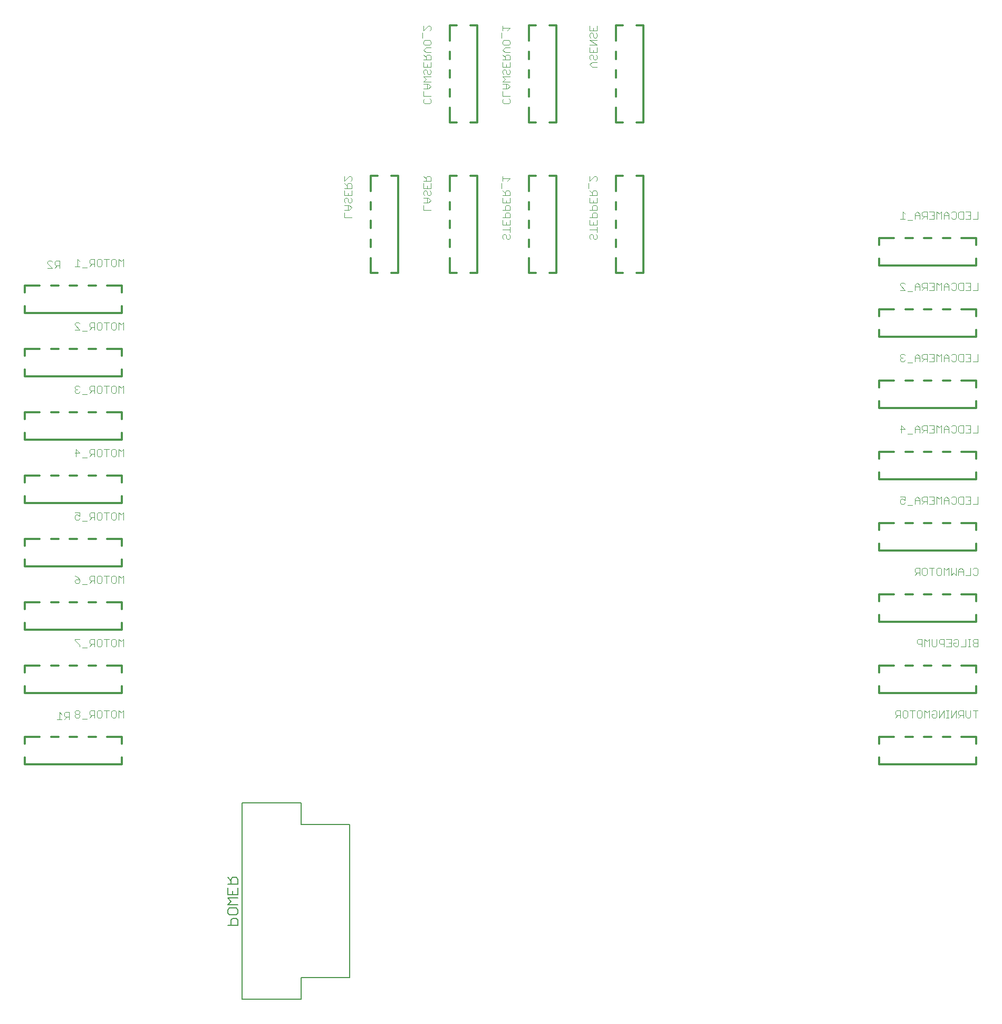
<source format=gbo>
G75*
%MOIN*%
%OFA0B0*%
%FSLAX25Y25*%
%IPPOS*%
%LPD*%
%AMOC8*
5,1,8,0,0,1.08239X$1,22.5*
%
%ADD10C,0.00600*%
%ADD11C,0.01200*%
%ADD12C,0.00400*%
%ADD13C,0.00500*%
D10*
X0154600Y0084600D02*
X0161005Y0084600D01*
X0161005Y0087803D01*
X0159938Y0088870D01*
X0157803Y0088870D01*
X0156735Y0087803D01*
X0156735Y0084600D01*
X0155668Y0091045D02*
X0154600Y0092113D01*
X0154600Y0094248D01*
X0155668Y0095316D01*
X0159938Y0095316D01*
X0161005Y0094248D01*
X0161005Y0092113D01*
X0159938Y0091045D01*
X0155668Y0091045D01*
X0154600Y0097491D02*
X0156735Y0099626D01*
X0154600Y0101761D01*
X0161005Y0101761D01*
X0161005Y0103936D02*
X0154600Y0103936D01*
X0154600Y0108207D01*
X0154600Y0110382D02*
X0161005Y0110382D01*
X0161005Y0113585D01*
X0159938Y0114652D01*
X0157803Y0114652D01*
X0156735Y0113585D01*
X0156735Y0110382D01*
X0156735Y0112517D02*
X0154600Y0114652D01*
X0161005Y0108207D02*
X0161005Y0103936D01*
X0157803Y0103936D02*
X0157803Y0106072D01*
X0161005Y0097491D02*
X0154600Y0097491D01*
D11*
X0087745Y0186288D02*
X0087745Y0190619D01*
X0087745Y0186288D02*
X0026328Y0186288D01*
X0026328Y0190619D01*
X0026328Y0199280D02*
X0026328Y0203611D01*
X0035776Y0203611D01*
X0042863Y0203611D02*
X0047587Y0203611D01*
X0054674Y0203611D02*
X0059398Y0203611D01*
X0066485Y0203611D02*
X0071209Y0203611D01*
X0078296Y0203611D02*
X0087745Y0203611D01*
X0087745Y0199280D01*
X0087745Y0231288D02*
X0087745Y0235619D01*
X0087745Y0231288D02*
X0026328Y0231288D01*
X0026328Y0235619D01*
X0026328Y0244280D02*
X0026328Y0248611D01*
X0035776Y0248611D01*
X0042863Y0248611D02*
X0047587Y0248611D01*
X0054674Y0248611D02*
X0059398Y0248611D01*
X0066485Y0248611D02*
X0071209Y0248611D01*
X0078296Y0248611D02*
X0087745Y0248611D01*
X0087745Y0244280D01*
X0087745Y0271288D02*
X0087745Y0275619D01*
X0087745Y0271288D02*
X0026328Y0271288D01*
X0026328Y0275619D01*
X0026328Y0284280D02*
X0026328Y0288611D01*
X0035776Y0288611D01*
X0042863Y0288611D02*
X0047587Y0288611D01*
X0054674Y0288611D02*
X0059398Y0288611D01*
X0066485Y0288611D02*
X0071209Y0288611D01*
X0078296Y0288611D02*
X0087745Y0288611D01*
X0087745Y0284280D01*
X0087745Y0311288D02*
X0087745Y0315619D01*
X0087745Y0311288D02*
X0026328Y0311288D01*
X0026328Y0315619D01*
X0026328Y0324280D02*
X0026328Y0328611D01*
X0035776Y0328611D01*
X0042863Y0328611D02*
X0047587Y0328611D01*
X0054674Y0328611D02*
X0059398Y0328611D01*
X0066485Y0328611D02*
X0071209Y0328611D01*
X0078296Y0328611D02*
X0087745Y0328611D01*
X0087745Y0324280D01*
X0087745Y0351288D02*
X0087745Y0355619D01*
X0087745Y0351288D02*
X0026328Y0351288D01*
X0026328Y0355619D01*
X0026328Y0364280D02*
X0026328Y0368611D01*
X0035776Y0368611D01*
X0042863Y0368611D02*
X0047587Y0368611D01*
X0054674Y0368611D02*
X0059398Y0368611D01*
X0066485Y0368611D02*
X0071209Y0368611D01*
X0078296Y0368611D02*
X0087745Y0368611D01*
X0087745Y0364280D01*
X0087745Y0391288D02*
X0087745Y0395619D01*
X0087745Y0391288D02*
X0026328Y0391288D01*
X0026328Y0395619D01*
X0026328Y0404280D02*
X0026328Y0408611D01*
X0035776Y0408611D01*
X0042863Y0408611D02*
X0047587Y0408611D01*
X0054674Y0408611D02*
X0059398Y0408611D01*
X0066485Y0408611D02*
X0071209Y0408611D01*
X0078296Y0408611D02*
X0087745Y0408611D01*
X0087745Y0404280D01*
X0087745Y0431288D02*
X0087745Y0435619D01*
X0087745Y0431288D02*
X0026328Y0431288D01*
X0026328Y0435619D01*
X0026328Y0444280D02*
X0026328Y0448611D01*
X0035776Y0448611D01*
X0042863Y0448611D02*
X0047587Y0448611D01*
X0054674Y0448611D02*
X0059398Y0448611D01*
X0066485Y0448611D02*
X0071209Y0448611D01*
X0078296Y0448611D02*
X0087745Y0448611D01*
X0087745Y0444280D01*
X0087745Y0471288D02*
X0087745Y0475619D01*
X0087745Y0471288D02*
X0026328Y0471288D01*
X0026328Y0475619D01*
X0026328Y0484280D02*
X0026328Y0488611D01*
X0035776Y0488611D01*
X0042863Y0488611D02*
X0047587Y0488611D01*
X0054674Y0488611D02*
X0059398Y0488611D01*
X0066485Y0488611D02*
X0071209Y0488611D01*
X0078296Y0488611D02*
X0087745Y0488611D01*
X0087745Y0484280D01*
X0244989Y0496328D02*
X0249320Y0496328D01*
X0244989Y0496328D02*
X0244989Y0505776D01*
X0244989Y0512863D02*
X0244989Y0517587D01*
X0244989Y0524674D02*
X0244989Y0529398D01*
X0244989Y0536485D02*
X0244989Y0541209D01*
X0244989Y0548296D02*
X0244989Y0557745D01*
X0249320Y0557745D01*
X0257981Y0557745D02*
X0262312Y0557745D01*
X0262312Y0496328D01*
X0257981Y0496328D01*
X0294989Y0496328D02*
X0299320Y0496328D01*
X0294989Y0496328D02*
X0294989Y0505776D01*
X0294989Y0512863D02*
X0294989Y0517587D01*
X0294989Y0524674D02*
X0294989Y0529398D01*
X0294989Y0536485D02*
X0294989Y0541209D01*
X0294989Y0548296D02*
X0294989Y0557745D01*
X0299320Y0557745D01*
X0307981Y0557745D02*
X0312312Y0557745D01*
X0312312Y0496328D01*
X0307981Y0496328D01*
X0344989Y0496328D02*
X0349320Y0496328D01*
X0344989Y0496328D02*
X0344989Y0505776D01*
X0344989Y0512863D02*
X0344989Y0517587D01*
X0344989Y0524674D02*
X0344989Y0529398D01*
X0344989Y0536485D02*
X0344989Y0541209D01*
X0344989Y0548296D02*
X0344989Y0557745D01*
X0349320Y0557745D01*
X0357981Y0557745D02*
X0362312Y0557745D01*
X0362312Y0496328D01*
X0357981Y0496328D01*
X0399989Y0496328D02*
X0404320Y0496328D01*
X0399989Y0496328D02*
X0399989Y0505776D01*
X0399989Y0512863D02*
X0399989Y0517587D01*
X0399989Y0524674D02*
X0399989Y0529398D01*
X0399989Y0536485D02*
X0399989Y0541209D01*
X0399989Y0548296D02*
X0399989Y0557745D01*
X0404320Y0557745D01*
X0412981Y0557745D02*
X0417312Y0557745D01*
X0417312Y0496328D01*
X0412981Y0496328D01*
X0412981Y0591328D02*
X0417312Y0591328D01*
X0417312Y0652745D01*
X0412981Y0652745D01*
X0404320Y0652745D02*
X0399989Y0652745D01*
X0399989Y0643296D01*
X0399989Y0636209D02*
X0399989Y0631485D01*
X0399989Y0624398D02*
X0399989Y0619674D01*
X0399989Y0612587D02*
X0399989Y0607863D01*
X0399989Y0600776D02*
X0399989Y0591328D01*
X0404320Y0591328D01*
X0362312Y0591328D02*
X0362312Y0652745D01*
X0357981Y0652745D01*
X0349320Y0652745D02*
X0344989Y0652745D01*
X0344989Y0643296D01*
X0344989Y0636209D02*
X0344989Y0631485D01*
X0344989Y0624398D02*
X0344989Y0619674D01*
X0344989Y0612587D02*
X0344989Y0607863D01*
X0344989Y0600776D02*
X0344989Y0591328D01*
X0349320Y0591328D01*
X0357981Y0591328D02*
X0362312Y0591328D01*
X0312312Y0591328D02*
X0312312Y0652745D01*
X0307981Y0652745D01*
X0299320Y0652745D02*
X0294989Y0652745D01*
X0294989Y0643296D01*
X0294989Y0636209D02*
X0294989Y0631485D01*
X0294989Y0624398D02*
X0294989Y0619674D01*
X0294989Y0612587D02*
X0294989Y0607863D01*
X0294989Y0600776D02*
X0294989Y0591328D01*
X0299320Y0591328D01*
X0307981Y0591328D02*
X0312312Y0591328D01*
X0566328Y0518611D02*
X0566328Y0514280D01*
X0566328Y0518611D02*
X0575776Y0518611D01*
X0582863Y0518611D02*
X0587587Y0518611D01*
X0594674Y0518611D02*
X0599398Y0518611D01*
X0606485Y0518611D02*
X0611209Y0518611D01*
X0618296Y0518611D02*
X0627745Y0518611D01*
X0627745Y0514280D01*
X0627745Y0505619D02*
X0627745Y0501288D01*
X0566328Y0501288D01*
X0566328Y0505619D01*
X0566328Y0473611D02*
X0566328Y0469280D01*
X0566328Y0473611D02*
X0575776Y0473611D01*
X0582863Y0473611D02*
X0587587Y0473611D01*
X0594674Y0473611D02*
X0599398Y0473611D01*
X0606485Y0473611D02*
X0611209Y0473611D01*
X0618296Y0473611D02*
X0627745Y0473611D01*
X0627745Y0469280D01*
X0627745Y0460619D02*
X0627745Y0456288D01*
X0566328Y0456288D01*
X0566328Y0460619D01*
X0566328Y0428611D02*
X0566328Y0424280D01*
X0566328Y0428611D02*
X0575776Y0428611D01*
X0582863Y0428611D02*
X0587587Y0428611D01*
X0594674Y0428611D02*
X0599398Y0428611D01*
X0606485Y0428611D02*
X0611209Y0428611D01*
X0618296Y0428611D02*
X0627745Y0428611D01*
X0627745Y0424280D01*
X0627745Y0415619D02*
X0627745Y0411288D01*
X0566328Y0411288D01*
X0566328Y0415619D01*
X0566328Y0383611D02*
X0566328Y0379280D01*
X0566328Y0383611D02*
X0575776Y0383611D01*
X0582863Y0383611D02*
X0587587Y0383611D01*
X0594674Y0383611D02*
X0599398Y0383611D01*
X0606485Y0383611D02*
X0611209Y0383611D01*
X0618296Y0383611D02*
X0627745Y0383611D01*
X0627745Y0379280D01*
X0627745Y0370619D02*
X0627745Y0366288D01*
X0566328Y0366288D01*
X0566328Y0370619D01*
X0566328Y0338611D02*
X0566328Y0334280D01*
X0566328Y0338611D02*
X0575776Y0338611D01*
X0582863Y0338611D02*
X0587587Y0338611D01*
X0594674Y0338611D02*
X0599398Y0338611D01*
X0606485Y0338611D02*
X0611209Y0338611D01*
X0618296Y0338611D02*
X0627745Y0338611D01*
X0627745Y0334280D01*
X0627745Y0325619D02*
X0627745Y0321288D01*
X0566328Y0321288D01*
X0566328Y0325619D01*
X0566328Y0293611D02*
X0566328Y0289280D01*
X0566328Y0293611D02*
X0575776Y0293611D01*
X0582863Y0293611D02*
X0587587Y0293611D01*
X0594674Y0293611D02*
X0599398Y0293611D01*
X0606485Y0293611D02*
X0611209Y0293611D01*
X0618296Y0293611D02*
X0627745Y0293611D01*
X0627745Y0289280D01*
X0627745Y0280619D02*
X0627745Y0276288D01*
X0566328Y0276288D01*
X0566328Y0280619D01*
X0566328Y0248611D02*
X0566328Y0244280D01*
X0566328Y0248611D02*
X0575776Y0248611D01*
X0582863Y0248611D02*
X0587587Y0248611D01*
X0594674Y0248611D02*
X0599398Y0248611D01*
X0606485Y0248611D02*
X0611209Y0248611D01*
X0618296Y0248611D02*
X0627745Y0248611D01*
X0627745Y0244280D01*
X0627745Y0235619D02*
X0627745Y0231288D01*
X0566328Y0231288D01*
X0566328Y0235619D01*
X0566328Y0203611D02*
X0566328Y0199280D01*
X0566328Y0203611D02*
X0575776Y0203611D01*
X0582863Y0203611D02*
X0587587Y0203611D01*
X0594674Y0203611D02*
X0599398Y0203611D01*
X0606485Y0203611D02*
X0611209Y0203611D01*
X0618296Y0203611D02*
X0627745Y0203611D01*
X0627745Y0199280D01*
X0627745Y0190619D02*
X0627745Y0186288D01*
X0566328Y0186288D01*
X0566328Y0190619D01*
D12*
X0576548Y0215622D02*
X0578083Y0217157D01*
X0577316Y0217157D02*
X0579617Y0217157D01*
X0579617Y0215622D02*
X0579617Y0220226D01*
X0577316Y0220226D01*
X0576548Y0219459D01*
X0576548Y0217924D01*
X0577316Y0217157D01*
X0581152Y0216389D02*
X0581152Y0219459D01*
X0581919Y0220226D01*
X0583454Y0220226D01*
X0584221Y0219459D01*
X0584221Y0216389D01*
X0583454Y0215622D01*
X0581919Y0215622D01*
X0581152Y0216389D01*
X0585756Y0220226D02*
X0588825Y0220226D01*
X0587291Y0220226D02*
X0587291Y0215622D01*
X0590360Y0216389D02*
X0590360Y0219459D01*
X0591127Y0220226D01*
X0592662Y0220226D01*
X0593429Y0219459D01*
X0593429Y0216389D01*
X0592662Y0215622D01*
X0591127Y0215622D01*
X0590360Y0216389D01*
X0594964Y0215622D02*
X0594964Y0220226D01*
X0596499Y0218691D01*
X0598033Y0220226D01*
X0598033Y0215622D01*
X0599568Y0216389D02*
X0599568Y0217924D01*
X0601102Y0217924D01*
X0599568Y0216389D02*
X0600335Y0215622D01*
X0601870Y0215622D01*
X0602637Y0216389D01*
X0602637Y0219459D01*
X0601870Y0220226D01*
X0600335Y0220226D01*
X0599568Y0219459D01*
X0604172Y0220226D02*
X0604172Y0215622D01*
X0607241Y0220226D01*
X0607241Y0215622D01*
X0608776Y0215622D02*
X0610310Y0215622D01*
X0609543Y0215622D02*
X0609543Y0220226D01*
X0610310Y0220226D02*
X0608776Y0220226D01*
X0611845Y0220226D02*
X0611845Y0215622D01*
X0614914Y0220226D01*
X0614914Y0215622D01*
X0616449Y0215622D02*
X0617984Y0217157D01*
X0617216Y0217157D02*
X0619518Y0217157D01*
X0619518Y0215622D02*
X0619518Y0220226D01*
X0617216Y0220226D01*
X0616449Y0219459D01*
X0616449Y0217924D01*
X0617216Y0217157D01*
X0621053Y0216389D02*
X0621053Y0220226D01*
X0624122Y0220226D02*
X0624122Y0216389D01*
X0623355Y0215622D01*
X0621820Y0215622D01*
X0621053Y0216389D01*
X0625657Y0220226D02*
X0628726Y0220226D01*
X0627191Y0220226D02*
X0627191Y0215622D01*
X0626424Y0260622D02*
X0628726Y0260622D01*
X0628726Y0265226D01*
X0626424Y0265226D01*
X0625657Y0264459D01*
X0625657Y0263691D01*
X0626424Y0262924D01*
X0628726Y0262924D01*
X0626424Y0262924D02*
X0625657Y0262157D01*
X0625657Y0261389D01*
X0626424Y0260622D01*
X0624122Y0260622D02*
X0622587Y0260622D01*
X0623355Y0260622D02*
X0623355Y0265226D01*
X0624122Y0265226D02*
X0622587Y0265226D01*
X0621053Y0265226D02*
X0621053Y0260622D01*
X0617984Y0260622D01*
X0616449Y0261389D02*
X0615682Y0260622D01*
X0614147Y0260622D01*
X0613380Y0261389D01*
X0613380Y0262924D01*
X0614914Y0262924D01*
X0613380Y0264459D02*
X0614147Y0265226D01*
X0615682Y0265226D01*
X0616449Y0264459D01*
X0616449Y0261389D01*
X0611845Y0260622D02*
X0608776Y0260622D01*
X0607241Y0260622D02*
X0607241Y0265226D01*
X0604939Y0265226D01*
X0604172Y0264459D01*
X0604172Y0262924D01*
X0604939Y0262157D01*
X0607241Y0262157D01*
X0610310Y0262924D02*
X0611845Y0262924D01*
X0611845Y0265226D02*
X0611845Y0260622D01*
X0611845Y0265226D02*
X0608776Y0265226D01*
X0602637Y0265226D02*
X0602637Y0261389D01*
X0601870Y0260622D01*
X0600335Y0260622D01*
X0599568Y0261389D01*
X0599568Y0265226D01*
X0598033Y0265226D02*
X0596499Y0263691D01*
X0594964Y0265226D01*
X0594964Y0260622D01*
X0593429Y0260622D02*
X0593429Y0265226D01*
X0591127Y0265226D01*
X0590360Y0264459D01*
X0590360Y0262924D01*
X0591127Y0262157D01*
X0593429Y0262157D01*
X0598033Y0260622D02*
X0598033Y0265226D01*
X0599568Y0305622D02*
X0599568Y0310226D01*
X0601102Y0310226D02*
X0598033Y0310226D01*
X0596499Y0309459D02*
X0596499Y0306389D01*
X0595731Y0305622D01*
X0594197Y0305622D01*
X0593429Y0306389D01*
X0593429Y0309459D01*
X0594197Y0310226D01*
X0595731Y0310226D01*
X0596499Y0309459D01*
X0591895Y0310226D02*
X0591895Y0305622D01*
X0591895Y0307157D02*
X0589593Y0307157D01*
X0588825Y0307924D01*
X0588825Y0309459D01*
X0589593Y0310226D01*
X0591895Y0310226D01*
X0590360Y0307157D02*
X0588825Y0305622D01*
X0602637Y0306389D02*
X0602637Y0309459D01*
X0603404Y0310226D01*
X0604939Y0310226D01*
X0605706Y0309459D01*
X0605706Y0306389D01*
X0604939Y0305622D01*
X0603404Y0305622D01*
X0602637Y0306389D01*
X0607241Y0305622D02*
X0607241Y0310226D01*
X0608776Y0308691D01*
X0610310Y0310226D01*
X0610310Y0305622D01*
X0611845Y0305622D02*
X0611845Y0310226D01*
X0614914Y0310226D02*
X0614914Y0305622D01*
X0613380Y0307157D01*
X0611845Y0305622D01*
X0616449Y0305622D02*
X0616449Y0308691D01*
X0617984Y0310226D01*
X0619518Y0308691D01*
X0619518Y0305622D01*
X0621053Y0305622D02*
X0624122Y0305622D01*
X0624122Y0310226D01*
X0625657Y0309459D02*
X0626424Y0310226D01*
X0627959Y0310226D01*
X0628726Y0309459D01*
X0628726Y0306389D01*
X0627959Y0305622D01*
X0626424Y0305622D01*
X0625657Y0306389D01*
X0619518Y0307924D02*
X0616449Y0307924D01*
X0617216Y0350622D02*
X0616449Y0351389D01*
X0616449Y0354459D01*
X0617216Y0355226D01*
X0619518Y0355226D01*
X0619518Y0350622D01*
X0617216Y0350622D01*
X0614914Y0351389D02*
X0614147Y0350622D01*
X0612612Y0350622D01*
X0611845Y0351389D01*
X0610310Y0350622D02*
X0610310Y0353691D01*
X0608776Y0355226D01*
X0607241Y0353691D01*
X0607241Y0350622D01*
X0605706Y0350622D02*
X0605706Y0355226D01*
X0604172Y0353691D01*
X0602637Y0355226D01*
X0602637Y0350622D01*
X0601102Y0350622D02*
X0598033Y0350622D01*
X0596499Y0350622D02*
X0596499Y0355226D01*
X0594197Y0355226D01*
X0593429Y0354459D01*
X0593429Y0352924D01*
X0594197Y0352157D01*
X0596499Y0352157D01*
X0594964Y0352157D02*
X0593429Y0350622D01*
X0591895Y0350622D02*
X0591895Y0353691D01*
X0590360Y0355226D01*
X0588825Y0353691D01*
X0588825Y0350622D01*
X0587291Y0349855D02*
X0584221Y0349855D01*
X0582687Y0351389D02*
X0581919Y0350622D01*
X0580385Y0350622D01*
X0579617Y0351389D01*
X0579617Y0352924D01*
X0580385Y0353691D01*
X0581152Y0353691D01*
X0582687Y0352924D01*
X0582687Y0355226D01*
X0579617Y0355226D01*
X0588825Y0352924D02*
X0591895Y0352924D01*
X0598033Y0355226D02*
X0601102Y0355226D01*
X0601102Y0350622D01*
X0601102Y0352924D02*
X0599568Y0352924D01*
X0607241Y0352924D02*
X0610310Y0352924D01*
X0611845Y0354459D02*
X0612612Y0355226D01*
X0614147Y0355226D01*
X0614914Y0354459D01*
X0614914Y0351389D01*
X0621053Y0350622D02*
X0624122Y0350622D01*
X0624122Y0355226D01*
X0621053Y0355226D01*
X0622587Y0352924D02*
X0624122Y0352924D01*
X0625657Y0350622D02*
X0628726Y0350622D01*
X0628726Y0355226D01*
X0628726Y0395622D02*
X0625657Y0395622D01*
X0624122Y0395622D02*
X0621053Y0395622D01*
X0619518Y0395622D02*
X0617216Y0395622D01*
X0616449Y0396389D01*
X0616449Y0399459D01*
X0617216Y0400226D01*
X0619518Y0400226D01*
X0619518Y0395622D01*
X0622587Y0397924D02*
X0624122Y0397924D01*
X0624122Y0400226D02*
X0624122Y0395622D01*
X0624122Y0400226D02*
X0621053Y0400226D01*
X0614914Y0399459D02*
X0614914Y0396389D01*
X0614147Y0395622D01*
X0612612Y0395622D01*
X0611845Y0396389D01*
X0610310Y0395622D02*
X0610310Y0398691D01*
X0608776Y0400226D01*
X0607241Y0398691D01*
X0607241Y0395622D01*
X0605706Y0395622D02*
X0605706Y0400226D01*
X0604172Y0398691D01*
X0602637Y0400226D01*
X0602637Y0395622D01*
X0601102Y0395622D02*
X0601102Y0400226D01*
X0598033Y0400226D01*
X0596499Y0400226D02*
X0594197Y0400226D01*
X0593429Y0399459D01*
X0593429Y0397924D01*
X0594197Y0397157D01*
X0596499Y0397157D01*
X0596499Y0395622D02*
X0596499Y0400226D01*
X0594964Y0397157D02*
X0593429Y0395622D01*
X0591895Y0395622D02*
X0591895Y0398691D01*
X0590360Y0400226D01*
X0588825Y0398691D01*
X0588825Y0395622D01*
X0587291Y0394855D02*
X0584221Y0394855D01*
X0582687Y0397924D02*
X0579617Y0397924D01*
X0580385Y0395622D02*
X0580385Y0400226D01*
X0582687Y0397924D01*
X0588825Y0397924D02*
X0591895Y0397924D01*
X0598033Y0395622D02*
X0601102Y0395622D01*
X0601102Y0397924D02*
X0599568Y0397924D01*
X0607241Y0397924D02*
X0610310Y0397924D01*
X0611845Y0399459D02*
X0612612Y0400226D01*
X0614147Y0400226D01*
X0614914Y0399459D01*
X0628726Y0400226D02*
X0628726Y0395622D01*
X0628726Y0440622D02*
X0625657Y0440622D01*
X0624122Y0440622D02*
X0621053Y0440622D01*
X0619518Y0440622D02*
X0617216Y0440622D01*
X0616449Y0441389D01*
X0616449Y0444459D01*
X0617216Y0445226D01*
X0619518Y0445226D01*
X0619518Y0440622D01*
X0622587Y0442924D02*
X0624122Y0442924D01*
X0624122Y0445226D02*
X0624122Y0440622D01*
X0624122Y0445226D02*
X0621053Y0445226D01*
X0614914Y0444459D02*
X0614914Y0441389D01*
X0614147Y0440622D01*
X0612612Y0440622D01*
X0611845Y0441389D01*
X0610310Y0440622D02*
X0610310Y0443691D01*
X0608776Y0445226D01*
X0607241Y0443691D01*
X0607241Y0440622D01*
X0605706Y0440622D02*
X0605706Y0445226D01*
X0604172Y0443691D01*
X0602637Y0445226D01*
X0602637Y0440622D01*
X0601102Y0440622D02*
X0601102Y0445226D01*
X0598033Y0445226D01*
X0596499Y0445226D02*
X0594197Y0445226D01*
X0593429Y0444459D01*
X0593429Y0442924D01*
X0594197Y0442157D01*
X0596499Y0442157D01*
X0596499Y0440622D02*
X0596499Y0445226D01*
X0594964Y0442157D02*
X0593429Y0440622D01*
X0591895Y0440622D02*
X0591895Y0443691D01*
X0590360Y0445226D01*
X0588825Y0443691D01*
X0588825Y0440622D01*
X0587291Y0439855D02*
X0584221Y0439855D01*
X0582687Y0441389D02*
X0581919Y0440622D01*
X0580385Y0440622D01*
X0579617Y0441389D01*
X0579617Y0442157D01*
X0580385Y0442924D01*
X0581152Y0442924D01*
X0580385Y0442924D02*
X0579617Y0443691D01*
X0579617Y0444459D01*
X0580385Y0445226D01*
X0581919Y0445226D01*
X0582687Y0444459D01*
X0588825Y0442924D02*
X0591895Y0442924D01*
X0598033Y0440622D02*
X0601102Y0440622D01*
X0601102Y0442924D02*
X0599568Y0442924D01*
X0607241Y0442924D02*
X0610310Y0442924D01*
X0611845Y0444459D02*
X0612612Y0445226D01*
X0614147Y0445226D01*
X0614914Y0444459D01*
X0628726Y0445226D02*
X0628726Y0440622D01*
X0587291Y0484855D02*
X0584221Y0484855D01*
X0582687Y0485622D02*
X0579617Y0488691D01*
X0579617Y0489459D01*
X0580385Y0490226D01*
X0581919Y0490226D01*
X0582687Y0489459D01*
X0582687Y0485622D02*
X0579617Y0485622D01*
X0588825Y0485622D02*
X0588825Y0488691D01*
X0590360Y0490226D01*
X0591895Y0488691D01*
X0591895Y0485622D01*
X0593429Y0485622D02*
X0594964Y0487157D01*
X0594197Y0487157D02*
X0596499Y0487157D01*
X0596499Y0485622D02*
X0596499Y0490226D01*
X0594197Y0490226D01*
X0593429Y0489459D01*
X0593429Y0487924D01*
X0594197Y0487157D01*
X0591895Y0487924D02*
X0588825Y0487924D01*
X0598033Y0485622D02*
X0601102Y0485622D01*
X0601102Y0490226D01*
X0598033Y0490226D01*
X0599568Y0487924D02*
X0601102Y0487924D01*
X0602637Y0490226D02*
X0602637Y0485622D01*
X0605706Y0485622D02*
X0605706Y0490226D01*
X0604172Y0488691D01*
X0602637Y0490226D01*
X0607241Y0488691D02*
X0607241Y0485622D01*
X0607241Y0487924D02*
X0610310Y0487924D01*
X0610310Y0488691D02*
X0608776Y0490226D01*
X0607241Y0488691D01*
X0610310Y0488691D02*
X0610310Y0485622D01*
X0611845Y0486389D02*
X0612612Y0485622D01*
X0614147Y0485622D01*
X0614914Y0486389D01*
X0614914Y0489459D01*
X0614147Y0490226D01*
X0612612Y0490226D01*
X0611845Y0489459D01*
X0616449Y0489459D02*
X0617216Y0490226D01*
X0619518Y0490226D01*
X0619518Y0485622D01*
X0617216Y0485622D01*
X0616449Y0486389D01*
X0616449Y0489459D01*
X0621053Y0490226D02*
X0624122Y0490226D01*
X0624122Y0485622D01*
X0621053Y0485622D01*
X0622587Y0487924D02*
X0624122Y0487924D01*
X0625657Y0485622D02*
X0628726Y0485622D01*
X0628726Y0490226D01*
X0628726Y0530622D02*
X0625657Y0530622D01*
X0624122Y0530622D02*
X0621053Y0530622D01*
X0619518Y0530622D02*
X0617216Y0530622D01*
X0616449Y0531389D01*
X0616449Y0534459D01*
X0617216Y0535226D01*
X0619518Y0535226D01*
X0619518Y0530622D01*
X0622587Y0532924D02*
X0624122Y0532924D01*
X0624122Y0535226D02*
X0624122Y0530622D01*
X0624122Y0535226D02*
X0621053Y0535226D01*
X0614914Y0534459D02*
X0614914Y0531389D01*
X0614147Y0530622D01*
X0612612Y0530622D01*
X0611845Y0531389D01*
X0610310Y0530622D02*
X0610310Y0533691D01*
X0608776Y0535226D01*
X0607241Y0533691D01*
X0607241Y0530622D01*
X0605706Y0530622D02*
X0605706Y0535226D01*
X0604172Y0533691D01*
X0602637Y0535226D01*
X0602637Y0530622D01*
X0601102Y0530622D02*
X0601102Y0535226D01*
X0598033Y0535226D01*
X0596499Y0535226D02*
X0594197Y0535226D01*
X0593429Y0534459D01*
X0593429Y0532924D01*
X0594197Y0532157D01*
X0596499Y0532157D01*
X0596499Y0530622D02*
X0596499Y0535226D01*
X0594964Y0532157D02*
X0593429Y0530622D01*
X0591895Y0530622D02*
X0591895Y0533691D01*
X0590360Y0535226D01*
X0588825Y0533691D01*
X0588825Y0530622D01*
X0587291Y0529855D02*
X0584221Y0529855D01*
X0582687Y0530622D02*
X0579617Y0530622D01*
X0581152Y0530622D02*
X0581152Y0535226D01*
X0582687Y0533691D01*
X0588825Y0532924D02*
X0591895Y0532924D01*
X0598033Y0530622D02*
X0601102Y0530622D01*
X0601102Y0532924D02*
X0599568Y0532924D01*
X0607241Y0532924D02*
X0610310Y0532924D01*
X0611845Y0534459D02*
X0612612Y0535226D01*
X0614147Y0535226D01*
X0614914Y0534459D01*
X0628726Y0535226D02*
X0628726Y0530622D01*
X0387982Y0529968D02*
X0387982Y0526898D01*
X0383378Y0526898D01*
X0383378Y0529968D01*
X0383378Y0531502D02*
X0387982Y0531502D01*
X0387982Y0533804D01*
X0387215Y0534572D01*
X0385680Y0534572D01*
X0384913Y0533804D01*
X0384913Y0531502D01*
X0385680Y0528433D02*
X0385680Y0526898D01*
X0387982Y0525364D02*
X0387982Y0522295D01*
X0387982Y0523829D02*
X0383378Y0523829D01*
X0384145Y0520760D02*
X0383378Y0519993D01*
X0383378Y0518458D01*
X0384145Y0517691D01*
X0385680Y0518458D02*
X0385680Y0519993D01*
X0384913Y0520760D01*
X0384145Y0520760D01*
X0385680Y0518458D02*
X0386447Y0517691D01*
X0387215Y0517691D01*
X0387982Y0518458D01*
X0387982Y0519993D01*
X0387215Y0520760D01*
X0387982Y0536106D02*
X0387982Y0538408D01*
X0387215Y0539176D01*
X0385680Y0539176D01*
X0384913Y0538408D01*
X0384913Y0536106D01*
X0383378Y0536106D02*
X0387982Y0536106D01*
X0387982Y0540710D02*
X0383378Y0540710D01*
X0383378Y0543779D01*
X0383378Y0545314D02*
X0387982Y0545314D01*
X0387982Y0547616D01*
X0387215Y0548383D01*
X0385680Y0548383D01*
X0384913Y0547616D01*
X0384913Y0545314D01*
X0384913Y0546849D02*
X0383378Y0548383D01*
X0382611Y0549918D02*
X0382611Y0552987D01*
X0383378Y0554522D02*
X0386447Y0557591D01*
X0387215Y0557591D01*
X0387982Y0556824D01*
X0387982Y0555289D01*
X0387215Y0554522D01*
X0383378Y0554522D02*
X0383378Y0557591D01*
X0387982Y0543779D02*
X0387982Y0540710D01*
X0385680Y0540710D02*
X0385680Y0542245D01*
X0332982Y0543779D02*
X0332982Y0540710D01*
X0328378Y0540710D01*
X0328378Y0543779D01*
X0328378Y0545314D02*
X0332982Y0545314D01*
X0332982Y0547616D01*
X0332215Y0548383D01*
X0330680Y0548383D01*
X0329913Y0547616D01*
X0329913Y0545314D01*
X0329913Y0546849D02*
X0328378Y0548383D01*
X0327611Y0549918D02*
X0327611Y0552987D01*
X0328378Y0554522D02*
X0328378Y0557591D01*
X0328378Y0556057D02*
X0332982Y0556057D01*
X0331447Y0554522D01*
X0330680Y0542245D02*
X0330680Y0540710D01*
X0330680Y0539176D02*
X0329913Y0538408D01*
X0329913Y0536106D01*
X0328378Y0536106D02*
X0332982Y0536106D01*
X0332982Y0538408D01*
X0332215Y0539176D01*
X0330680Y0539176D01*
X0330680Y0534572D02*
X0329913Y0533804D01*
X0329913Y0531502D01*
X0328378Y0531502D02*
X0332982Y0531502D01*
X0332982Y0533804D01*
X0332215Y0534572D01*
X0330680Y0534572D01*
X0332982Y0529968D02*
X0332982Y0526898D01*
X0328378Y0526898D01*
X0328378Y0529968D01*
X0330680Y0528433D02*
X0330680Y0526898D01*
X0332982Y0525364D02*
X0332982Y0522295D01*
X0332982Y0523829D02*
X0328378Y0523829D01*
X0329145Y0520760D02*
X0328378Y0519993D01*
X0328378Y0518458D01*
X0329145Y0517691D01*
X0330680Y0518458D02*
X0330680Y0519993D01*
X0329913Y0520760D01*
X0329145Y0520760D01*
X0330680Y0518458D02*
X0331447Y0517691D01*
X0332215Y0517691D01*
X0332982Y0518458D01*
X0332982Y0519993D01*
X0332215Y0520760D01*
X0282982Y0536106D02*
X0278378Y0536106D01*
X0278378Y0539176D01*
X0278378Y0540710D02*
X0281447Y0540710D01*
X0282982Y0542245D01*
X0281447Y0543780D01*
X0278378Y0543780D01*
X0279145Y0545314D02*
X0278378Y0546081D01*
X0278378Y0547616D01*
X0279145Y0548383D01*
X0279913Y0548383D01*
X0280680Y0547616D01*
X0280680Y0546081D01*
X0281447Y0545314D01*
X0282215Y0545314D01*
X0282982Y0546081D01*
X0282982Y0547616D01*
X0282215Y0548383D01*
X0282982Y0549918D02*
X0278378Y0549918D01*
X0278378Y0552987D01*
X0278378Y0554522D02*
X0282982Y0554522D01*
X0282982Y0556824D01*
X0282215Y0557591D01*
X0280680Y0557591D01*
X0279913Y0556824D01*
X0279913Y0554522D01*
X0279913Y0556057D02*
X0278378Y0557591D01*
X0282982Y0552987D02*
X0282982Y0549918D01*
X0280680Y0549918D02*
X0280680Y0551453D01*
X0280680Y0543780D02*
X0280680Y0540710D01*
X0232982Y0541478D02*
X0232215Y0540710D01*
X0231447Y0540710D01*
X0230680Y0541478D01*
X0230680Y0543012D01*
X0229913Y0543780D01*
X0229145Y0543780D01*
X0228378Y0543012D01*
X0228378Y0541478D01*
X0229145Y0540710D01*
X0228378Y0539176D02*
X0231447Y0539176D01*
X0232982Y0537641D01*
X0231447Y0536106D01*
X0228378Y0536106D01*
X0228378Y0534572D02*
X0228378Y0531502D01*
X0232982Y0531502D01*
X0230680Y0536106D02*
X0230680Y0539176D01*
X0232982Y0541478D02*
X0232982Y0543012D01*
X0232215Y0543780D01*
X0232982Y0545314D02*
X0228378Y0545314D01*
X0228378Y0548383D01*
X0228378Y0549918D02*
X0232982Y0549918D01*
X0232982Y0552220D01*
X0232215Y0552987D01*
X0230680Y0552987D01*
X0229913Y0552220D01*
X0229913Y0549918D01*
X0229913Y0551453D02*
X0228378Y0552987D01*
X0228378Y0554522D02*
X0231447Y0557591D01*
X0232215Y0557591D01*
X0232982Y0556824D01*
X0232982Y0555289D01*
X0232215Y0554522D01*
X0228378Y0554522D02*
X0228378Y0557591D01*
X0232982Y0548383D02*
X0232982Y0545314D01*
X0230680Y0545314D02*
X0230680Y0546849D01*
X0279145Y0603483D02*
X0278378Y0604250D01*
X0278378Y0605785D01*
X0279145Y0606552D01*
X0278378Y0608087D02*
X0278378Y0611156D01*
X0278378Y0612691D02*
X0281447Y0612691D01*
X0282982Y0614225D01*
X0281447Y0615760D01*
X0278378Y0615760D01*
X0278378Y0617294D02*
X0279913Y0618829D01*
X0278378Y0620364D01*
X0282982Y0620364D01*
X0282215Y0621898D02*
X0281447Y0621898D01*
X0280680Y0622666D01*
X0280680Y0624200D01*
X0279913Y0624968D01*
X0279145Y0624968D01*
X0278378Y0624200D01*
X0278378Y0622666D01*
X0279145Y0621898D01*
X0282215Y0621898D02*
X0282982Y0622666D01*
X0282982Y0624200D01*
X0282215Y0624968D01*
X0282982Y0626502D02*
X0278378Y0626502D01*
X0278378Y0629572D01*
X0278378Y0631106D02*
X0282982Y0631106D01*
X0282982Y0633408D01*
X0282215Y0634176D01*
X0280680Y0634176D01*
X0279913Y0633408D01*
X0279913Y0631106D01*
X0279913Y0632641D02*
X0278378Y0634176D01*
X0279913Y0635710D02*
X0278378Y0637245D01*
X0279913Y0638779D01*
X0282982Y0638779D01*
X0282215Y0640314D02*
X0279145Y0640314D01*
X0278378Y0641081D01*
X0278378Y0642616D01*
X0279145Y0643383D01*
X0282215Y0643383D01*
X0282982Y0642616D01*
X0282982Y0641081D01*
X0282215Y0640314D01*
X0282982Y0635710D02*
X0279913Y0635710D01*
X0282982Y0629572D02*
X0282982Y0626502D01*
X0280680Y0626502D02*
X0280680Y0628037D01*
X0282982Y0617294D02*
X0278378Y0617294D01*
X0280680Y0615760D02*
X0280680Y0612691D01*
X0282982Y0608087D02*
X0278378Y0608087D01*
X0282215Y0606552D02*
X0282982Y0605785D01*
X0282982Y0604250D01*
X0282215Y0603483D01*
X0279145Y0603483D01*
X0277611Y0644918D02*
X0277611Y0647987D01*
X0278378Y0649522D02*
X0281447Y0652591D01*
X0282215Y0652591D01*
X0282982Y0651824D01*
X0282982Y0650289D01*
X0282215Y0649522D01*
X0278378Y0649522D02*
X0278378Y0652591D01*
X0327611Y0647987D02*
X0327611Y0644918D01*
X0329145Y0643383D02*
X0332215Y0643383D01*
X0332982Y0642616D01*
X0332982Y0641081D01*
X0332215Y0640314D01*
X0329145Y0640314D01*
X0328378Y0641081D01*
X0328378Y0642616D01*
X0329145Y0643383D01*
X0329913Y0638779D02*
X0332982Y0638779D01*
X0332982Y0635710D02*
X0329913Y0635710D01*
X0328378Y0637245D01*
X0329913Y0638779D01*
X0330680Y0634176D02*
X0329913Y0633408D01*
X0329913Y0631106D01*
X0329913Y0632641D02*
X0328378Y0634176D01*
X0330680Y0634176D02*
X0332215Y0634176D01*
X0332982Y0633408D01*
X0332982Y0631106D01*
X0328378Y0631106D01*
X0328378Y0629572D02*
X0328378Y0626502D01*
X0332982Y0626502D01*
X0332982Y0629572D01*
X0330680Y0628037D02*
X0330680Y0626502D01*
X0329913Y0624968D02*
X0329145Y0624968D01*
X0328378Y0624200D01*
X0328378Y0622666D01*
X0329145Y0621898D01*
X0328378Y0620364D02*
X0332982Y0620364D01*
X0332215Y0621898D02*
X0331447Y0621898D01*
X0330680Y0622666D01*
X0330680Y0624200D01*
X0329913Y0624968D01*
X0332215Y0624968D02*
X0332982Y0624200D01*
X0332982Y0622666D01*
X0332215Y0621898D01*
X0329913Y0618829D02*
X0328378Y0620364D01*
X0329913Y0618829D02*
X0328378Y0617294D01*
X0332982Y0617294D01*
X0331447Y0615760D02*
X0328378Y0615760D01*
X0330680Y0615760D02*
X0330680Y0612691D01*
X0331447Y0612691D02*
X0332982Y0614225D01*
X0331447Y0615760D01*
X0331447Y0612691D02*
X0328378Y0612691D01*
X0328378Y0611156D02*
X0328378Y0608087D01*
X0332982Y0608087D01*
X0332215Y0606552D02*
X0332982Y0605785D01*
X0332982Y0604250D01*
X0332215Y0603483D01*
X0329145Y0603483D01*
X0328378Y0604250D01*
X0328378Y0605785D01*
X0329145Y0606552D01*
X0328378Y0649522D02*
X0328378Y0652591D01*
X0328378Y0651057D02*
X0332982Y0651057D01*
X0331447Y0649522D01*
X0383378Y0649522D02*
X0383378Y0652591D01*
X0385680Y0651057D02*
X0385680Y0649522D01*
X0384913Y0647987D02*
X0384145Y0647987D01*
X0383378Y0647220D01*
X0383378Y0645685D01*
X0384145Y0644918D01*
X0383378Y0643383D02*
X0387982Y0643383D01*
X0387215Y0644918D02*
X0386447Y0644918D01*
X0385680Y0645685D01*
X0385680Y0647220D01*
X0384913Y0647987D01*
X0383378Y0649522D02*
X0387982Y0649522D01*
X0387982Y0652591D01*
X0387215Y0647987D02*
X0387982Y0647220D01*
X0387982Y0645685D01*
X0387215Y0644918D01*
X0383378Y0643383D02*
X0387982Y0640314D01*
X0383378Y0640314D01*
X0383378Y0638780D02*
X0383378Y0635710D01*
X0387982Y0635710D01*
X0387982Y0638780D01*
X0385680Y0637245D02*
X0385680Y0635710D01*
X0384913Y0634176D02*
X0384145Y0634176D01*
X0383378Y0633408D01*
X0383378Y0631874D01*
X0384145Y0631106D01*
X0384913Y0629572D02*
X0387982Y0629572D01*
X0387215Y0631106D02*
X0386447Y0631106D01*
X0385680Y0631874D01*
X0385680Y0633408D01*
X0384913Y0634176D01*
X0387215Y0634176D02*
X0387982Y0633408D01*
X0387982Y0631874D01*
X0387215Y0631106D01*
X0384913Y0629572D02*
X0383378Y0628037D01*
X0384913Y0626502D01*
X0387982Y0626502D01*
X0088726Y0505226D02*
X0087191Y0503691D01*
X0085657Y0505226D01*
X0085657Y0500622D01*
X0084122Y0501389D02*
X0083355Y0500622D01*
X0081820Y0500622D01*
X0081053Y0501389D01*
X0081053Y0504459D01*
X0081820Y0505226D01*
X0083355Y0505226D01*
X0084122Y0504459D01*
X0084122Y0501389D01*
X0088726Y0500622D02*
X0088726Y0505226D01*
X0079518Y0505226D02*
X0076449Y0505226D01*
X0077984Y0505226D02*
X0077984Y0500622D01*
X0074914Y0501389D02*
X0074147Y0500622D01*
X0072612Y0500622D01*
X0071845Y0501389D01*
X0071845Y0504459D01*
X0072612Y0505226D01*
X0074147Y0505226D01*
X0074914Y0504459D01*
X0074914Y0501389D01*
X0070310Y0500622D02*
X0070310Y0505226D01*
X0068008Y0505226D01*
X0067241Y0504459D01*
X0067241Y0502924D01*
X0068008Y0502157D01*
X0070310Y0502157D01*
X0068776Y0502157D02*
X0067241Y0500622D01*
X0065706Y0499855D02*
X0062637Y0499855D01*
X0061102Y0500622D02*
X0058033Y0500622D01*
X0059568Y0500622D02*
X0059568Y0505226D01*
X0061102Y0503691D01*
X0048308Y0504104D02*
X0046006Y0504104D01*
X0045239Y0503337D01*
X0045239Y0501802D01*
X0046006Y0501035D01*
X0048308Y0501035D01*
X0046773Y0501035D02*
X0045239Y0499500D01*
X0043704Y0499500D02*
X0040635Y0502569D01*
X0040635Y0503337D01*
X0041402Y0504104D01*
X0042937Y0504104D01*
X0043704Y0503337D01*
X0043704Y0499500D02*
X0040635Y0499500D01*
X0048308Y0499500D02*
X0048308Y0504104D01*
X0058800Y0465226D02*
X0060335Y0465226D01*
X0061102Y0464459D01*
X0058800Y0465226D02*
X0058033Y0464459D01*
X0058033Y0463691D01*
X0061102Y0460622D01*
X0058033Y0460622D01*
X0062637Y0459855D02*
X0065706Y0459855D01*
X0067241Y0460622D02*
X0068776Y0462157D01*
X0068008Y0462157D02*
X0070310Y0462157D01*
X0070310Y0460622D02*
X0070310Y0465226D01*
X0068008Y0465226D01*
X0067241Y0464459D01*
X0067241Y0462924D01*
X0068008Y0462157D01*
X0071845Y0461389D02*
X0071845Y0464459D01*
X0072612Y0465226D01*
X0074147Y0465226D01*
X0074914Y0464459D01*
X0074914Y0461389D01*
X0074147Y0460622D01*
X0072612Y0460622D01*
X0071845Y0461389D01*
X0076449Y0465226D02*
X0079518Y0465226D01*
X0077984Y0465226D02*
X0077984Y0460622D01*
X0081053Y0461389D02*
X0081053Y0464459D01*
X0081820Y0465226D01*
X0083355Y0465226D01*
X0084122Y0464459D01*
X0084122Y0461389D01*
X0083355Y0460622D01*
X0081820Y0460622D01*
X0081053Y0461389D01*
X0085657Y0460622D02*
X0085657Y0465226D01*
X0087191Y0463691D01*
X0088726Y0465226D01*
X0088726Y0460622D01*
X0088726Y0425226D02*
X0087191Y0423691D01*
X0085657Y0425226D01*
X0085657Y0420622D01*
X0084122Y0421389D02*
X0083355Y0420622D01*
X0081820Y0420622D01*
X0081053Y0421389D01*
X0081053Y0424459D01*
X0081820Y0425226D01*
X0083355Y0425226D01*
X0084122Y0424459D01*
X0084122Y0421389D01*
X0088726Y0420622D02*
X0088726Y0425226D01*
X0079518Y0425226D02*
X0076449Y0425226D01*
X0077984Y0425226D02*
X0077984Y0420622D01*
X0074914Y0421389D02*
X0074914Y0424459D01*
X0074147Y0425226D01*
X0072612Y0425226D01*
X0071845Y0424459D01*
X0071845Y0421389D01*
X0072612Y0420622D01*
X0074147Y0420622D01*
X0074914Y0421389D01*
X0070310Y0420622D02*
X0070310Y0425226D01*
X0068008Y0425226D01*
X0067241Y0424459D01*
X0067241Y0422924D01*
X0068008Y0422157D01*
X0070310Y0422157D01*
X0068776Y0422157D02*
X0067241Y0420622D01*
X0065706Y0419855D02*
X0062637Y0419855D01*
X0061102Y0421389D02*
X0060335Y0420622D01*
X0058800Y0420622D01*
X0058033Y0421389D01*
X0058033Y0422157D01*
X0058800Y0422924D01*
X0059568Y0422924D01*
X0058800Y0422924D02*
X0058033Y0423691D01*
X0058033Y0424459D01*
X0058800Y0425226D01*
X0060335Y0425226D01*
X0061102Y0424459D01*
X0058800Y0385226D02*
X0061102Y0382924D01*
X0058033Y0382924D01*
X0058800Y0380622D02*
X0058800Y0385226D01*
X0062637Y0379855D02*
X0065706Y0379855D01*
X0067241Y0380622D02*
X0068776Y0382157D01*
X0068008Y0382157D02*
X0070310Y0382157D01*
X0070310Y0380622D02*
X0070310Y0385226D01*
X0068008Y0385226D01*
X0067241Y0384459D01*
X0067241Y0382924D01*
X0068008Y0382157D01*
X0071845Y0381389D02*
X0071845Y0384459D01*
X0072612Y0385226D01*
X0074147Y0385226D01*
X0074914Y0384459D01*
X0074914Y0381389D01*
X0074147Y0380622D01*
X0072612Y0380622D01*
X0071845Y0381389D01*
X0076449Y0385226D02*
X0079518Y0385226D01*
X0077984Y0385226D02*
X0077984Y0380622D01*
X0081053Y0381389D02*
X0081053Y0384459D01*
X0081820Y0385226D01*
X0083355Y0385226D01*
X0084122Y0384459D01*
X0084122Y0381389D01*
X0083355Y0380622D01*
X0081820Y0380622D01*
X0081053Y0381389D01*
X0085657Y0380622D02*
X0085657Y0385226D01*
X0087191Y0383691D01*
X0088726Y0385226D01*
X0088726Y0380622D01*
X0088726Y0345226D02*
X0087191Y0343691D01*
X0085657Y0345226D01*
X0085657Y0340622D01*
X0084122Y0341389D02*
X0083355Y0340622D01*
X0081820Y0340622D01*
X0081053Y0341389D01*
X0081053Y0344459D01*
X0081820Y0345226D01*
X0083355Y0345226D01*
X0084122Y0344459D01*
X0084122Y0341389D01*
X0088726Y0340622D02*
X0088726Y0345226D01*
X0079518Y0345226D02*
X0076449Y0345226D01*
X0077984Y0345226D02*
X0077984Y0340622D01*
X0074914Y0341389D02*
X0074914Y0344459D01*
X0074147Y0345226D01*
X0072612Y0345226D01*
X0071845Y0344459D01*
X0071845Y0341389D01*
X0072612Y0340622D01*
X0074147Y0340622D01*
X0074914Y0341389D01*
X0070310Y0340622D02*
X0070310Y0345226D01*
X0068008Y0345226D01*
X0067241Y0344459D01*
X0067241Y0342924D01*
X0068008Y0342157D01*
X0070310Y0342157D01*
X0068776Y0342157D02*
X0067241Y0340622D01*
X0065706Y0339855D02*
X0062637Y0339855D01*
X0061102Y0341389D02*
X0060335Y0340622D01*
X0058800Y0340622D01*
X0058033Y0341389D01*
X0058033Y0342924D01*
X0058800Y0343691D01*
X0059568Y0343691D01*
X0061102Y0342924D01*
X0061102Y0345226D01*
X0058033Y0345226D01*
X0058033Y0305226D02*
X0059568Y0304459D01*
X0061102Y0302924D01*
X0058800Y0302924D01*
X0058033Y0302157D01*
X0058033Y0301389D01*
X0058800Y0300622D01*
X0060335Y0300622D01*
X0061102Y0301389D01*
X0061102Y0302924D01*
X0062637Y0299855D02*
X0065706Y0299855D01*
X0067241Y0300622D02*
X0068776Y0302157D01*
X0068008Y0302157D02*
X0070310Y0302157D01*
X0070310Y0300622D02*
X0070310Y0305226D01*
X0068008Y0305226D01*
X0067241Y0304459D01*
X0067241Y0302924D01*
X0068008Y0302157D01*
X0071845Y0301389D02*
X0072612Y0300622D01*
X0074147Y0300622D01*
X0074914Y0301389D01*
X0074914Y0304459D01*
X0074147Y0305226D01*
X0072612Y0305226D01*
X0071845Y0304459D01*
X0071845Y0301389D01*
X0076449Y0305226D02*
X0079518Y0305226D01*
X0077984Y0305226D02*
X0077984Y0300622D01*
X0081053Y0301389D02*
X0081820Y0300622D01*
X0083355Y0300622D01*
X0084122Y0301389D01*
X0084122Y0304459D01*
X0083355Y0305226D01*
X0081820Y0305226D01*
X0081053Y0304459D01*
X0081053Y0301389D01*
X0085657Y0300622D02*
X0085657Y0305226D01*
X0087191Y0303691D01*
X0088726Y0305226D01*
X0088726Y0300622D01*
X0088726Y0265226D02*
X0087191Y0263691D01*
X0085657Y0265226D01*
X0085657Y0260622D01*
X0084122Y0261389D02*
X0083355Y0260622D01*
X0081820Y0260622D01*
X0081053Y0261389D01*
X0081053Y0264459D01*
X0081820Y0265226D01*
X0083355Y0265226D01*
X0084122Y0264459D01*
X0084122Y0261389D01*
X0088726Y0260622D02*
X0088726Y0265226D01*
X0079518Y0265226D02*
X0076449Y0265226D01*
X0077984Y0265226D02*
X0077984Y0260622D01*
X0074914Y0261389D02*
X0074147Y0260622D01*
X0072612Y0260622D01*
X0071845Y0261389D01*
X0071845Y0264459D01*
X0072612Y0265226D01*
X0074147Y0265226D01*
X0074914Y0264459D01*
X0074914Y0261389D01*
X0070310Y0260622D02*
X0070310Y0265226D01*
X0068008Y0265226D01*
X0067241Y0264459D01*
X0067241Y0262924D01*
X0068008Y0262157D01*
X0070310Y0262157D01*
X0068776Y0262157D02*
X0067241Y0260622D01*
X0065706Y0259855D02*
X0062637Y0259855D01*
X0061102Y0260622D02*
X0061102Y0261389D01*
X0058033Y0264459D01*
X0058033Y0265226D01*
X0061102Y0265226D01*
X0060335Y0220226D02*
X0058800Y0220226D01*
X0058033Y0219459D01*
X0058033Y0218691D01*
X0058800Y0217924D01*
X0060335Y0217924D01*
X0061102Y0218691D01*
X0061102Y0219459D01*
X0060335Y0220226D01*
X0060335Y0217924D02*
X0061102Y0217157D01*
X0061102Y0216389D01*
X0060335Y0215622D01*
X0058800Y0215622D01*
X0058033Y0216389D01*
X0058033Y0217157D01*
X0058800Y0217924D01*
X0054408Y0219104D02*
X0052106Y0219104D01*
X0051339Y0218337D01*
X0051339Y0216802D01*
X0052106Y0216035D01*
X0054408Y0216035D01*
X0052873Y0216035D02*
X0051339Y0214500D01*
X0049804Y0214500D02*
X0046735Y0214500D01*
X0048269Y0214500D02*
X0048269Y0219104D01*
X0049804Y0217569D01*
X0054408Y0219104D02*
X0054408Y0214500D01*
X0062637Y0214855D02*
X0065706Y0214855D01*
X0067241Y0215622D02*
X0068776Y0217157D01*
X0068008Y0217157D02*
X0070310Y0217157D01*
X0070310Y0215622D02*
X0070310Y0220226D01*
X0068008Y0220226D01*
X0067241Y0219459D01*
X0067241Y0217924D01*
X0068008Y0217157D01*
X0071845Y0216389D02*
X0071845Y0219459D01*
X0072612Y0220226D01*
X0074147Y0220226D01*
X0074914Y0219459D01*
X0074914Y0216389D01*
X0074147Y0215622D01*
X0072612Y0215622D01*
X0071845Y0216389D01*
X0076449Y0220226D02*
X0079518Y0220226D01*
X0077984Y0220226D02*
X0077984Y0215622D01*
X0081053Y0216389D02*
X0081053Y0219459D01*
X0081820Y0220226D01*
X0083355Y0220226D01*
X0084122Y0219459D01*
X0084122Y0216389D01*
X0083355Y0215622D01*
X0081820Y0215622D01*
X0081053Y0216389D01*
X0085657Y0215622D02*
X0085657Y0220226D01*
X0087191Y0218691D01*
X0088726Y0220226D01*
X0088726Y0215622D01*
D13*
X0163769Y0161800D02*
X0163769Y0037784D01*
X0201052Y0037784D01*
X0201052Y0051603D01*
X0231800Y0051603D01*
X0231800Y0147981D01*
X0201052Y0147981D01*
X0201052Y0161800D01*
X0163769Y0161800D01*
M02*

</source>
